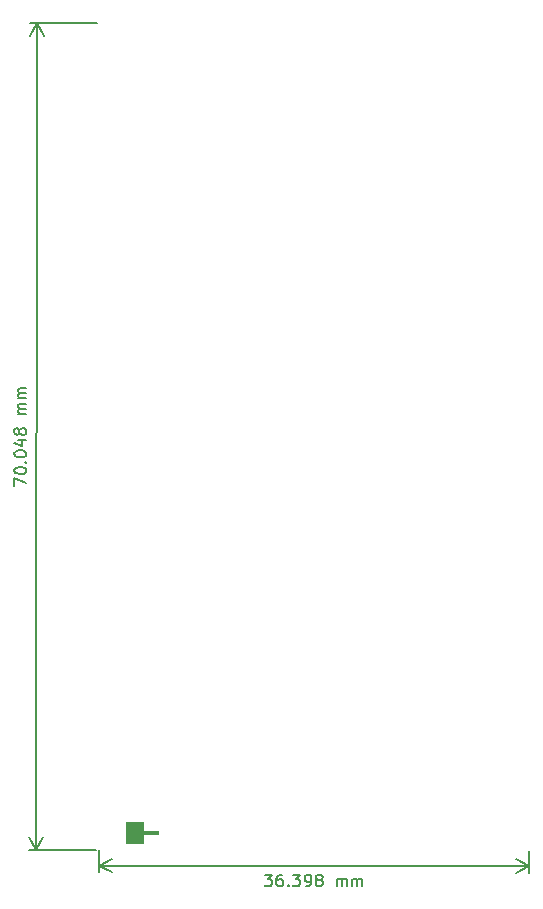
<source format=gbr>
G04 #@! TF.GenerationSoftware,KiCad,Pcbnew,5.1.7-a382d34a8~88~ubuntu18.04.1*
G04 #@! TF.CreationDate,2021-09-05T21:22:39+05:30*
G04 #@! TF.ProjectId,Sensor_PCB_v7,53656e73-6f72-45f5-9043-425f76372e6b,rev?*
G04 #@! TF.SameCoordinates,Original*
G04 #@! TF.FileFunction,OtherDrawing,Comment*
%FSLAX46Y46*%
G04 Gerber Fmt 4.6, Leading zero omitted, Abs format (unit mm)*
G04 Created by KiCad (PCBNEW 5.1.7-a382d34a8~88~ubuntu18.04.1) date 2021-09-05 21:22:39*
%MOMM*%
%LPD*%
G01*
G04 APERTURE LIST*
%ADD10C,0.150000*%
%ADD11C,0.010000*%
G04 APERTURE END LIST*
D10*
X37316207Y-91578684D02*
X37935255Y-91579289D01*
X37601549Y-91959915D01*
X37744406Y-91960055D01*
X37839598Y-92007767D01*
X37887170Y-92055432D01*
X37934696Y-92150717D01*
X37934464Y-92388812D01*
X37886752Y-92484003D01*
X37839086Y-92531576D01*
X37743802Y-92579102D01*
X37458087Y-92578823D01*
X37362896Y-92531111D01*
X37315323Y-92483445D01*
X38792397Y-91580126D02*
X38601921Y-91579940D01*
X38506636Y-91627466D01*
X38458971Y-91675038D01*
X38363593Y-91817802D01*
X38315788Y-92008232D01*
X38315416Y-92389184D01*
X38362942Y-92484469D01*
X38410514Y-92532134D01*
X38505706Y-92579846D01*
X38696182Y-92580032D01*
X38791467Y-92532506D01*
X38839132Y-92484934D01*
X38886844Y-92389742D01*
X38887077Y-92151647D01*
X38839551Y-92056363D01*
X38791978Y-92008697D01*
X38696787Y-91960985D01*
X38506311Y-91960799D01*
X38411026Y-92008325D01*
X38363361Y-92055897D01*
X38315649Y-92151089D01*
X39315322Y-92485399D02*
X39362895Y-92533065D01*
X39315229Y-92580637D01*
X39267657Y-92532972D01*
X39315322Y-92485399D01*
X39315229Y-92580637D01*
X39697159Y-91581010D02*
X40316206Y-91581615D01*
X39982501Y-91962241D01*
X40125358Y-91962381D01*
X40220549Y-92010093D01*
X40268122Y-92057758D01*
X40315648Y-92153043D01*
X40315415Y-92391138D01*
X40267703Y-92486330D01*
X40220037Y-92533902D01*
X40124753Y-92581428D01*
X39839039Y-92581149D01*
X39743847Y-92533437D01*
X39696275Y-92485771D01*
X40791419Y-92582079D02*
X40981895Y-92582265D01*
X41077180Y-92534740D01*
X41124845Y-92487167D01*
X41220223Y-92344403D01*
X41268028Y-92153973D01*
X41268400Y-91773021D01*
X41220874Y-91677737D01*
X41173302Y-91630071D01*
X41078110Y-91582359D01*
X40887634Y-91582173D01*
X40792350Y-91629699D01*
X40744684Y-91677271D01*
X40696972Y-91772463D01*
X40696739Y-92010558D01*
X40744265Y-92105843D01*
X40791838Y-92153508D01*
X40887029Y-92201220D01*
X41077505Y-92201406D01*
X41172790Y-92153880D01*
X41220456Y-92106308D01*
X41268168Y-92011116D01*
X41839596Y-92011675D02*
X41744404Y-91963963D01*
X41696832Y-91916297D01*
X41649306Y-91821012D01*
X41649352Y-91773393D01*
X41697065Y-91678202D01*
X41744730Y-91630629D01*
X41840015Y-91583103D01*
X42030491Y-91583289D01*
X42125682Y-91631002D01*
X42173255Y-91678667D01*
X42220781Y-91773952D01*
X42220734Y-91821571D01*
X42173022Y-91916762D01*
X42125357Y-91964335D01*
X42030072Y-92011861D01*
X41839596Y-92011675D01*
X41744311Y-92059201D01*
X41696646Y-92106773D01*
X41648934Y-92201965D01*
X41648748Y-92392441D01*
X41696274Y-92487725D01*
X41743846Y-92535391D01*
X41839038Y-92583103D01*
X42029514Y-92583289D01*
X42124798Y-92535763D01*
X42172464Y-92488191D01*
X42220176Y-92392999D01*
X42220362Y-92202523D01*
X42172836Y-92107238D01*
X42125264Y-92059573D01*
X42030072Y-92011861D01*
X43410466Y-92584638D02*
X43411117Y-91917972D01*
X43411024Y-92013210D02*
X43458689Y-91965637D01*
X43553974Y-91918111D01*
X43696831Y-91918251D01*
X43792023Y-91965963D01*
X43839549Y-92061248D01*
X43839037Y-92585057D01*
X43839549Y-92061248D02*
X43887261Y-91966056D01*
X43982545Y-91918530D01*
X44125402Y-91918670D01*
X44220594Y-91966382D01*
X44268120Y-92061666D01*
X44267608Y-92585476D01*
X44743798Y-92585941D02*
X44744450Y-91919274D01*
X44744356Y-92014512D02*
X44792022Y-91966940D01*
X44887307Y-91919414D01*
X45030164Y-91919554D01*
X45125355Y-91967266D01*
X45172881Y-92062550D01*
X45172369Y-92586359D01*
X45172881Y-92062550D02*
X45220593Y-91967359D01*
X45315878Y-91919833D01*
X45458735Y-91919972D01*
X45553926Y-91967684D01*
X45601452Y-92062969D01*
X45600941Y-92586778D01*
X23308317Y-90812618D02*
X59706517Y-90848178D01*
X23309580Y-89519760D02*
X23307744Y-91399039D01*
X59707780Y-89555320D02*
X59705944Y-91434599D01*
X59706517Y-90848178D02*
X58579441Y-91433498D01*
X59706517Y-90848178D02*
X58580587Y-90260657D01*
X23308317Y-90812618D02*
X24434247Y-91400139D01*
X23308317Y-90812618D02*
X24435393Y-90227298D01*
X16123386Y-58668931D02*
X16124304Y-58002265D01*
X17123713Y-58432214D01*
X16125092Y-57430837D02*
X16125223Y-57335599D01*
X16172973Y-57240427D01*
X16220658Y-57192873D01*
X16315962Y-57145386D01*
X16506503Y-57098029D01*
X16744598Y-57098357D01*
X16935009Y-57146239D01*
X17030181Y-57193989D01*
X17077734Y-57241673D01*
X17125222Y-57336977D01*
X17125091Y-57432215D01*
X17077341Y-57527387D01*
X17029656Y-57574941D01*
X16934352Y-57622429D01*
X16743811Y-57669785D01*
X16505716Y-57669457D01*
X16315305Y-57621576D01*
X16220133Y-57573825D01*
X16172580Y-57526141D01*
X16125092Y-57430837D01*
X17030903Y-56670180D02*
X17078587Y-56622626D01*
X17126141Y-56670311D01*
X17078456Y-56717864D01*
X17030903Y-56670180D01*
X17126141Y-56670311D01*
X16127060Y-56002267D02*
X16127192Y-55907029D01*
X16174942Y-55811857D01*
X16222626Y-55764303D01*
X16317930Y-55716815D01*
X16508472Y-55669459D01*
X16746567Y-55669787D01*
X16936977Y-55717668D01*
X17032149Y-55765419D01*
X17079703Y-55813103D01*
X17127191Y-55908407D01*
X17127059Y-56003645D01*
X17079309Y-56098817D01*
X17031625Y-56146371D01*
X16936321Y-56193858D01*
X16745779Y-56241215D01*
X16507684Y-56240887D01*
X16317274Y-56193005D01*
X16222101Y-56145255D01*
X16174548Y-56097571D01*
X16127060Y-56002267D01*
X16462034Y-54812251D02*
X17128700Y-54813170D01*
X16080754Y-55049821D02*
X16794711Y-55288901D01*
X16795564Y-54669854D01*
X16558190Y-54145716D02*
X16510440Y-54240889D01*
X16462755Y-54288442D01*
X16367452Y-54335930D01*
X16319833Y-54335864D01*
X16224660Y-54288114D01*
X16177107Y-54240430D01*
X16129619Y-54145126D01*
X16129882Y-53954650D01*
X16177632Y-53859478D01*
X16225317Y-53811924D01*
X16320620Y-53764436D01*
X16368239Y-53764502D01*
X16463412Y-53812252D01*
X16510965Y-53859937D01*
X16558453Y-53955240D01*
X16558190Y-54145716D01*
X16605678Y-54241020D01*
X16653231Y-54288705D01*
X16748404Y-54336455D01*
X16938880Y-54336717D01*
X17034183Y-54289230D01*
X17081868Y-54241676D01*
X17129618Y-54146504D01*
X17129881Y-53956028D01*
X17082393Y-53860724D01*
X17034840Y-53813040D01*
X16939667Y-53765289D01*
X16749191Y-53765027D01*
X16653888Y-53812515D01*
X16606203Y-53860068D01*
X16558453Y-53955240D01*
X17131784Y-52575077D02*
X16465118Y-52574158D01*
X16560356Y-52574289D02*
X16512802Y-52526605D01*
X16465314Y-52431301D01*
X16465511Y-52288444D01*
X16513261Y-52193272D01*
X16608565Y-52145784D01*
X17132374Y-52146506D01*
X16608565Y-52145784D02*
X16513393Y-52098034D01*
X16465905Y-52002730D01*
X16466102Y-51859873D01*
X16513852Y-51764701D01*
X16609156Y-51717213D01*
X17132965Y-51717935D01*
X17133621Y-51241745D02*
X16466955Y-51240826D01*
X16562193Y-51240957D02*
X16514639Y-51193273D01*
X16467152Y-51097969D01*
X16467348Y-50955112D01*
X16515099Y-50859940D01*
X16610402Y-50812452D01*
X17134211Y-50813174D01*
X16610402Y-50812452D02*
X16515230Y-50764702D01*
X16467742Y-50669398D01*
X16467939Y-50526541D01*
X16515689Y-50431369D01*
X16610993Y-50383881D01*
X17134802Y-50384603D01*
X18025038Y-19456945D02*
X17928518Y-89505065D01*
X23159720Y-19464020D02*
X17438618Y-19456137D01*
X23063200Y-89512140D02*
X17342098Y-89504257D01*
X17928518Y-89505065D02*
X17343650Y-88377754D01*
X17928518Y-89505065D02*
X18516490Y-88379370D01*
X18025038Y-19456945D02*
X17437066Y-20582640D01*
X18025038Y-19456945D02*
X18609906Y-20584256D01*
D11*
G36*
X25546540Y-87110920D02*
G01*
X27036540Y-87110920D01*
X27036540Y-87850920D01*
X28286540Y-87850920D01*
X28286540Y-88160920D01*
X27036540Y-88160920D01*
X27036540Y-88900920D01*
X25546540Y-88900920D01*
X25546540Y-87110920D01*
G37*
X25546540Y-87110920D02*
X27036540Y-87110920D01*
X27036540Y-87850920D01*
X28286540Y-87850920D01*
X28286540Y-88160920D01*
X27036540Y-88160920D01*
X27036540Y-88900920D01*
X25546540Y-88900920D01*
X25546540Y-87110920D01*
G36*
X25546540Y-87110920D02*
G01*
X27036540Y-87110920D01*
X27036540Y-87850920D01*
X28286540Y-87850920D01*
X28286540Y-88160920D01*
X27036540Y-88160920D01*
X27036540Y-88900920D01*
X25546540Y-88900920D01*
X25546540Y-87110920D01*
G37*
X25546540Y-87110920D02*
X27036540Y-87110920D01*
X27036540Y-87850920D01*
X28286540Y-87850920D01*
X28286540Y-88160920D01*
X27036540Y-88160920D01*
X27036540Y-88900920D01*
X25546540Y-88900920D01*
X25546540Y-87110920D01*
M02*

</source>
